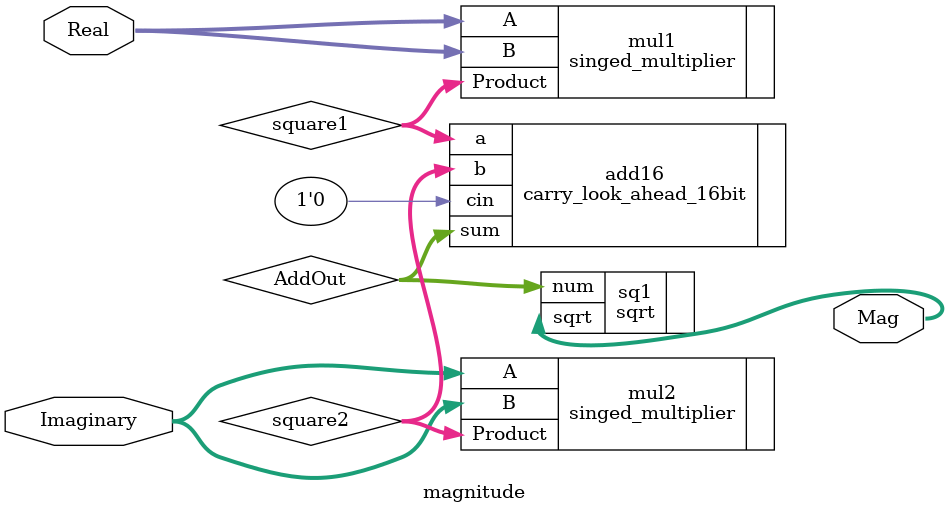
<source format=v>
module magnitude(
	input [15:0]Real,
	input [15:0]Imaginary,
	output [15:0]Mag
);

	wire [15:0]square1,square2;
	wire [15:0]AddOut;
	
	singed_multiplier      mul1  (.A(Real),     .B(Real),     .Product(square1));           //square real
	singed_multiplier      mul2  (.A(Imaginary),.B(Imaginary),.Product(square2));           //square imaginary
	carry_look_ahead_16bit add16 (.a(square1),  .b(square2), .cin(1'b0), .sum(AddOut));  // adding the square of real and imaginary
	sqrt                     sq1 (.num(AddOut), .sqrt(Mag));
endmodule 
</source>
